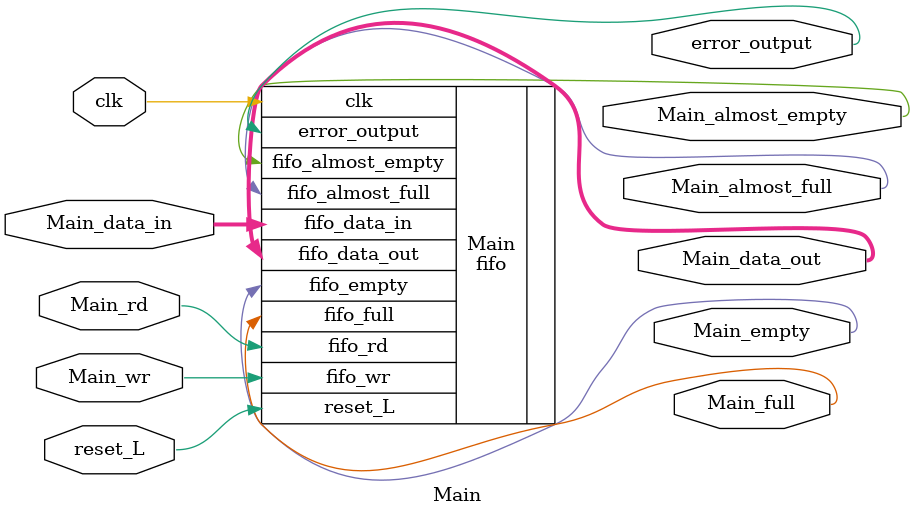
<source format=v>
`include "fifo.v"
module Main #(
parameter		BW4=4,	// Byte/data width
parameter [3:0]	LEN=6,
parameter TOL = 1)
    (
	input				clk, reset_L,
	input				Main_wr,
	input	 [(BW4-1):0]	Main_data_in,
	input				Main_rd,
	output	[(BW4-1):0]	Main_data_out,
	output  			error_output,
	output   				Main_full,
	output   				Main_empty,
	output   				Main_almost_full,
	output   				Main_almost_empty);

fifo #(.BW(BW4), .LEN(LEN), .TOL(TOL)) Main  (
	 // Outputs
	 .fifo_data_out			(Main_data_out[(BW4-1):0]),
	 .error_output			(error_output),
	 .fifo_full			(Main_full),
	 .fifo_empty			(Main_empty),
	 .fifo_almost_full		(Main_almost_full),
	 .fifo_almost_empty		(Main_almost_empty),
	 // Inputs
	 .clk				(clk),
	 .reset_L			(reset_L),
	 .fifo_wr			(Main_wr),
	 .fifo_data_in			(Main_data_in[(BW4-1):0]),
	 .fifo_rd			(Main_rd)) ;

endmodule

</source>
